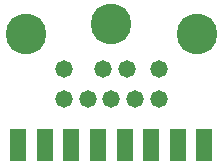
<source format=gbr>
G04 EAGLE Gerber RS-274X export*
G75*
%MOMM*%
%FSLAX34Y34*%
%LPD*%
%INSoldermask Top*%
%IPPOS*%
%AMOC8*
5,1,8,0,0,1.08239X$1,22.5*%
G01*
%ADD10R,1.397000X2.667000*%
%ADD11C,3.443000*%
%ADD12C,1.477000*%


D10*
X173750Y17500D03*
X16250Y17500D03*
X151250Y17500D03*
X106250Y17500D03*
X83750Y17500D03*
X128750Y17500D03*
D11*
X95000Y120000D03*
D12*
X135000Y82000D03*
X108000Y82000D03*
X88000Y82000D03*
X55000Y82000D03*
X135000Y57000D03*
X55000Y57000D03*
X75000Y57000D03*
X115000Y57000D03*
X95000Y57000D03*
D11*
X167500Y112000D03*
X22500Y112000D03*
D10*
X38750Y17500D03*
X61250Y17500D03*
M02*

</source>
